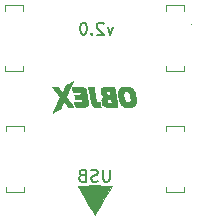
<source format=gbo>
G04 #@! TF.GenerationSoftware,KiCad,Pcbnew,(5.1.10)-1*
G04 #@! TF.CreationDate,2021-10-06T10:46:06+02:00*
G04 #@! TF.ProjectId,OBJEX_Socket-V2.0,4f424a45-585f-4536-9f63-6b65742d5632,rev?*
G04 #@! TF.SameCoordinates,Original*
G04 #@! TF.FileFunction,Legend,Bot*
G04 #@! TF.FilePolarity,Positive*
%FSLAX46Y46*%
G04 Gerber Fmt 4.6, Leading zero omitted, Abs format (unit mm)*
G04 Created by KiCad (PCBNEW (5.1.10)-1) date 2021-10-06 10:46:06*
%MOMM*%
%LPD*%
G01*
G04 APERTURE LIST*
%ADD10C,0.150000*%
%ADD11C,0.010000*%
%ADD12C,0.120000*%
G04 APERTURE END LIST*
D10*
X145573571Y-89193714D02*
X145335476Y-89860380D01*
X145097380Y-89193714D01*
X144764047Y-88955619D02*
X144716428Y-88908000D01*
X144621190Y-88860380D01*
X144383095Y-88860380D01*
X144287857Y-88908000D01*
X144240238Y-88955619D01*
X144192619Y-89050857D01*
X144192619Y-89146095D01*
X144240238Y-89288952D01*
X144811666Y-89860380D01*
X144192619Y-89860380D01*
X143764047Y-89765142D02*
X143716428Y-89812761D01*
X143764047Y-89860380D01*
X143811666Y-89812761D01*
X143764047Y-89765142D01*
X143764047Y-89860380D01*
X143097380Y-88860380D02*
X143002142Y-88860380D01*
X142906904Y-88908000D01*
X142859285Y-88955619D01*
X142811666Y-89050857D01*
X142764047Y-89241333D01*
X142764047Y-89479428D01*
X142811666Y-89669904D01*
X142859285Y-89765142D01*
X142906904Y-89812761D01*
X143002142Y-89860380D01*
X143097380Y-89860380D01*
X143192619Y-89812761D01*
X143240238Y-89765142D01*
X143287857Y-89669904D01*
X143335476Y-89479428D01*
X143335476Y-89241333D01*
X143287857Y-89050857D01*
X143240238Y-88955619D01*
X143192619Y-88908000D01*
X143097380Y-88860380D01*
X145279904Y-101306380D02*
X145279904Y-102115904D01*
X145232285Y-102211142D01*
X145184666Y-102258761D01*
X145089428Y-102306380D01*
X144898952Y-102306380D01*
X144803714Y-102258761D01*
X144756095Y-102211142D01*
X144708476Y-102115904D01*
X144708476Y-101306380D01*
X144279904Y-102258761D02*
X144137047Y-102306380D01*
X143898952Y-102306380D01*
X143803714Y-102258761D01*
X143756095Y-102211142D01*
X143708476Y-102115904D01*
X143708476Y-102020666D01*
X143756095Y-101925428D01*
X143803714Y-101877809D01*
X143898952Y-101830190D01*
X144089428Y-101782571D01*
X144184666Y-101734952D01*
X144232285Y-101687333D01*
X144279904Y-101592095D01*
X144279904Y-101496857D01*
X144232285Y-101401619D01*
X144184666Y-101354000D01*
X144089428Y-101306380D01*
X143851333Y-101306380D01*
X143708476Y-101354000D01*
X142946571Y-101782571D02*
X142803714Y-101830190D01*
X142756095Y-101877809D01*
X142708476Y-101973047D01*
X142708476Y-102115904D01*
X142756095Y-102211142D01*
X142803714Y-102258761D01*
X142898952Y-102306380D01*
X143279904Y-102306380D01*
X143279904Y-101306380D01*
X142946571Y-101306380D01*
X142851333Y-101354000D01*
X142803714Y-101401619D01*
X142756095Y-101496857D01*
X142756095Y-101592095D01*
X142803714Y-101687333D01*
X142851333Y-101734952D01*
X142946571Y-101782571D01*
X143279904Y-101782571D01*
D11*
G36*
X143779734Y-102643232D02*
G01*
X143587117Y-102643526D01*
X143408564Y-102644000D01*
X143288754Y-102644470D01*
X142574164Y-102647750D01*
X143284117Y-103873300D01*
X143378247Y-104035789D01*
X143468882Y-104192242D01*
X143555201Y-104341242D01*
X143636383Y-104481371D01*
X143711608Y-104611214D01*
X143780054Y-104729353D01*
X143840901Y-104834372D01*
X143893327Y-104924854D01*
X143936513Y-104999382D01*
X143969637Y-105056540D01*
X143991878Y-105094911D01*
X144002416Y-105113078D01*
X144003129Y-105114302D01*
X144010711Y-105105786D01*
X144030317Y-105076222D01*
X144061357Y-105026607D01*
X144103238Y-104957938D01*
X144155368Y-104871212D01*
X144217156Y-104767426D01*
X144288009Y-104647578D01*
X144367337Y-104512664D01*
X144454547Y-104363681D01*
X144549046Y-104201626D01*
X144650245Y-104027496D01*
X144730658Y-103888752D01*
X145449129Y-102647750D01*
X144726237Y-102644470D01*
X144560817Y-102643862D01*
X144376956Y-102643433D01*
X144181154Y-102643186D01*
X143979913Y-102643119D01*
X143779734Y-102643232D01*
G37*
X143779734Y-102643232D02*
X143587117Y-102643526D01*
X143408564Y-102644000D01*
X143288754Y-102644470D01*
X142574164Y-102647750D01*
X143284117Y-103873300D01*
X143378247Y-104035789D01*
X143468882Y-104192242D01*
X143555201Y-104341242D01*
X143636383Y-104481371D01*
X143711608Y-104611214D01*
X143780054Y-104729353D01*
X143840901Y-104834372D01*
X143893327Y-104924854D01*
X143936513Y-104999382D01*
X143969637Y-105056540D01*
X143991878Y-105094911D01*
X144002416Y-105113078D01*
X144003129Y-105114302D01*
X144010711Y-105105786D01*
X144030317Y-105076222D01*
X144061357Y-105026607D01*
X144103238Y-104957938D01*
X144155368Y-104871212D01*
X144217156Y-104767426D01*
X144288009Y-104647578D01*
X144367337Y-104512664D01*
X144454547Y-104363681D01*
X144549046Y-104201626D01*
X144650245Y-104027496D01*
X144730658Y-103888752D01*
X145449129Y-102647750D01*
X144726237Y-102644470D01*
X144560817Y-102643862D01*
X144376956Y-102643433D01*
X144181154Y-102643186D01*
X143979913Y-102643119D01*
X143779734Y-102643232D01*
G36*
X145347994Y-94286462D02*
G01*
X145226945Y-94287278D01*
X145214975Y-94287376D01*
X144760950Y-94291150D01*
X144681045Y-94328047D01*
X144614951Y-94364169D01*
X144567418Y-94405055D01*
X144536342Y-94454868D01*
X144519620Y-94517773D01*
X144515147Y-94597932D01*
X144517234Y-94652312D01*
X144523062Y-94715036D01*
X144532120Y-94777069D01*
X144542779Y-94827957D01*
X144546725Y-94841630D01*
X144581360Y-94913363D01*
X144635091Y-94981803D01*
X144701850Y-95040189D01*
X144752883Y-95071355D01*
X144823722Y-95107175D01*
X144756859Y-95135939D01*
X144683491Y-95179959D01*
X144628666Y-95239895D01*
X144594414Y-95313335D01*
X144588940Y-95335249D01*
X144582162Y-95398684D01*
X144583736Y-95475086D01*
X144592527Y-95557377D01*
X144607400Y-95638479D01*
X144627218Y-95711315D01*
X144650846Y-95768806D01*
X144661294Y-95786186D01*
X144711693Y-95839814D01*
X144783700Y-95888369D01*
X144873676Y-95929588D01*
X144913911Y-95943523D01*
X144939558Y-95951448D01*
X144963449Y-95957859D01*
X144988531Y-95962918D01*
X145017754Y-95966783D01*
X145054065Y-95969616D01*
X145100413Y-95971576D01*
X145159747Y-95972824D01*
X145235015Y-95973520D01*
X145329165Y-95973825D01*
X145445145Y-95973898D01*
X145472634Y-95973900D01*
X145598578Y-95973720D01*
X145701105Y-95973135D01*
X145782198Y-95972077D01*
X145843838Y-95970478D01*
X145888008Y-95968271D01*
X145916689Y-95965386D01*
X145931863Y-95961757D01*
X145935622Y-95958025D01*
X145933602Y-95943044D01*
X145927799Y-95905139D01*
X145918558Y-95846447D01*
X145906222Y-95769105D01*
X145891136Y-95675252D01*
X145880774Y-95611143D01*
X145440400Y-95611143D01*
X145437185Y-95619365D01*
X145424980Y-95624998D01*
X145399944Y-95628503D01*
X145358237Y-95630342D01*
X145296020Y-95630975D01*
X145275114Y-95631000D01*
X145109827Y-95631000D01*
X145064635Y-95589583D01*
X145038545Y-95562782D01*
X145023679Y-95536521D01*
X145015709Y-95500892D01*
X145012343Y-95469882D01*
X145009268Y-95425742D01*
X145011525Y-95398220D01*
X145021297Y-95378728D01*
X145040527Y-95358898D01*
X145056259Y-95345399D01*
X145072410Y-95336239D01*
X145094037Y-95330580D01*
X145126199Y-95327580D01*
X145173955Y-95326400D01*
X145237462Y-95326200D01*
X145399114Y-95326200D01*
X145419757Y-95458743D01*
X145428338Y-95515643D01*
X145435174Y-95564419D01*
X145439421Y-95598825D01*
X145440400Y-95611143D01*
X145880774Y-95611143D01*
X145873643Y-95567025D01*
X145854087Y-95446562D01*
X145832813Y-95316001D01*
X145810164Y-95177478D01*
X145802277Y-95129350D01*
X145779241Y-94988605D01*
X145770610Y-94935675D01*
X145338705Y-94935675D01*
X145336409Y-94945114D01*
X145326670Y-94951448D01*
X145305354Y-94955283D01*
X145268329Y-94957221D01*
X145211461Y-94957867D01*
X145186601Y-94957900D01*
X145121978Y-94957659D01*
X145077370Y-94956275D01*
X145047392Y-94952756D01*
X145026659Y-94946109D01*
X145009786Y-94935342D01*
X144994852Y-94922563D01*
X144965973Y-94889030D01*
X144951599Y-94848265D01*
X144948635Y-94828068D01*
X144945294Y-94774742D01*
X144951041Y-94735604D01*
X144968866Y-94708545D01*
X145001758Y-94691457D01*
X145052706Y-94682229D01*
X145124699Y-94678752D01*
X145160589Y-94678500D01*
X145298682Y-94678500D01*
X145305797Y-94713425D01*
X145313470Y-94754828D01*
X145321762Y-94805298D01*
X145329492Y-94856849D01*
X145335477Y-94901497D01*
X145338534Y-94931257D01*
X145338705Y-94935675D01*
X145770610Y-94935675D01*
X145757467Y-94855085D01*
X145737297Y-94730929D01*
X145719076Y-94618276D01*
X145703147Y-94519267D01*
X145689856Y-94436041D01*
X145679544Y-94370738D01*
X145672557Y-94325498D01*
X145669238Y-94302461D01*
X145669006Y-94300076D01*
X145664589Y-94295643D01*
X145649918Y-94292138D01*
X145622856Y-94289503D01*
X145581269Y-94287678D01*
X145523020Y-94286602D01*
X145445973Y-94286217D01*
X145347994Y-94286462D01*
G37*
X145347994Y-94286462D02*
X145226945Y-94287278D01*
X145214975Y-94287376D01*
X144760950Y-94291150D01*
X144681045Y-94328047D01*
X144614951Y-94364169D01*
X144567418Y-94405055D01*
X144536342Y-94454868D01*
X144519620Y-94517773D01*
X144515147Y-94597932D01*
X144517234Y-94652312D01*
X144523062Y-94715036D01*
X144532120Y-94777069D01*
X144542779Y-94827957D01*
X144546725Y-94841630D01*
X144581360Y-94913363D01*
X144635091Y-94981803D01*
X144701850Y-95040189D01*
X144752883Y-95071355D01*
X144823722Y-95107175D01*
X144756859Y-95135939D01*
X144683491Y-95179959D01*
X144628666Y-95239895D01*
X144594414Y-95313335D01*
X144588940Y-95335249D01*
X144582162Y-95398684D01*
X144583736Y-95475086D01*
X144592527Y-95557377D01*
X144607400Y-95638479D01*
X144627218Y-95711315D01*
X144650846Y-95768806D01*
X144661294Y-95786186D01*
X144711693Y-95839814D01*
X144783700Y-95888369D01*
X144873676Y-95929588D01*
X144913911Y-95943523D01*
X144939558Y-95951448D01*
X144963449Y-95957859D01*
X144988531Y-95962918D01*
X145017754Y-95966783D01*
X145054065Y-95969616D01*
X145100413Y-95971576D01*
X145159747Y-95972824D01*
X145235015Y-95973520D01*
X145329165Y-95973825D01*
X145445145Y-95973898D01*
X145472634Y-95973900D01*
X145598578Y-95973720D01*
X145701105Y-95973135D01*
X145782198Y-95972077D01*
X145843838Y-95970478D01*
X145888008Y-95968271D01*
X145916689Y-95965386D01*
X145931863Y-95961757D01*
X145935622Y-95958025D01*
X145933602Y-95943044D01*
X145927799Y-95905139D01*
X145918558Y-95846447D01*
X145906222Y-95769105D01*
X145891136Y-95675252D01*
X145880774Y-95611143D01*
X145440400Y-95611143D01*
X145437185Y-95619365D01*
X145424980Y-95624998D01*
X145399944Y-95628503D01*
X145358237Y-95630342D01*
X145296020Y-95630975D01*
X145275114Y-95631000D01*
X145109827Y-95631000D01*
X145064635Y-95589583D01*
X145038545Y-95562782D01*
X145023679Y-95536521D01*
X145015709Y-95500892D01*
X145012343Y-95469882D01*
X145009268Y-95425742D01*
X145011525Y-95398220D01*
X145021297Y-95378728D01*
X145040527Y-95358898D01*
X145056259Y-95345399D01*
X145072410Y-95336239D01*
X145094037Y-95330580D01*
X145126199Y-95327580D01*
X145173955Y-95326400D01*
X145237462Y-95326200D01*
X145399114Y-95326200D01*
X145419757Y-95458743D01*
X145428338Y-95515643D01*
X145435174Y-95564419D01*
X145439421Y-95598825D01*
X145440400Y-95611143D01*
X145880774Y-95611143D01*
X145873643Y-95567025D01*
X145854087Y-95446562D01*
X145832813Y-95316001D01*
X145810164Y-95177478D01*
X145802277Y-95129350D01*
X145779241Y-94988605D01*
X145770610Y-94935675D01*
X145338705Y-94935675D01*
X145336409Y-94945114D01*
X145326670Y-94951448D01*
X145305354Y-94955283D01*
X145268329Y-94957221D01*
X145211461Y-94957867D01*
X145186601Y-94957900D01*
X145121978Y-94957659D01*
X145077370Y-94956275D01*
X145047392Y-94952756D01*
X145026659Y-94946109D01*
X145009786Y-94935342D01*
X144994852Y-94922563D01*
X144965973Y-94889030D01*
X144951599Y-94848265D01*
X144948635Y-94828068D01*
X144945294Y-94774742D01*
X144951041Y-94735604D01*
X144968866Y-94708545D01*
X145001758Y-94691457D01*
X145052706Y-94682229D01*
X145124699Y-94678752D01*
X145160589Y-94678500D01*
X145298682Y-94678500D01*
X145305797Y-94713425D01*
X145313470Y-94754828D01*
X145321762Y-94805298D01*
X145329492Y-94856849D01*
X145335477Y-94901497D01*
X145338534Y-94931257D01*
X145338705Y-94935675D01*
X145770610Y-94935675D01*
X145757467Y-94855085D01*
X145737297Y-94730929D01*
X145719076Y-94618276D01*
X145703147Y-94519267D01*
X145689856Y-94436041D01*
X145679544Y-94370738D01*
X145672557Y-94325498D01*
X145669238Y-94302461D01*
X145669006Y-94300076D01*
X145664589Y-94295643D01*
X145649918Y-94292138D01*
X145622856Y-94289503D01*
X145581269Y-94287678D01*
X145523020Y-94286602D01*
X145445973Y-94286217D01*
X145347994Y-94286462D01*
G36*
X142767486Y-94280734D02*
G01*
X142699233Y-94282010D01*
X142620556Y-94283841D01*
X142535201Y-94286111D01*
X142446912Y-94288701D01*
X142359434Y-94291495D01*
X142276513Y-94294374D01*
X142201894Y-94297222D01*
X142139322Y-94299921D01*
X142092541Y-94302354D01*
X142065298Y-94304402D01*
X142059962Y-94305344D01*
X142059648Y-94318901D01*
X142065213Y-94351884D01*
X142075660Y-94399267D01*
X142089255Y-94453245D01*
X142105710Y-94515289D01*
X142121009Y-94573074D01*
X142133244Y-94619385D01*
X142139608Y-94643575D01*
X142152080Y-94691200D01*
X142453215Y-94691387D01*
X142562563Y-94691961D01*
X142648296Y-94693589D01*
X142712180Y-94696356D01*
X142755982Y-94700345D01*
X142781468Y-94705642D01*
X142785405Y-94707290D01*
X142823816Y-94740315D01*
X142852435Y-94793687D01*
X142869202Y-94863559D01*
X142869235Y-94863806D01*
X142877737Y-94928462D01*
X142733494Y-94936773D01*
X142657322Y-94940312D01*
X142568984Y-94943113D01*
X142481712Y-94944808D01*
X142433675Y-94945142D01*
X142364087Y-94945884D01*
X142316985Y-94948246D01*
X142289491Y-94952523D01*
X142278727Y-94959010D01*
X142278312Y-94961075D01*
X142281639Y-94979998D01*
X142290361Y-95016645D01*
X142302917Y-95065358D01*
X142317747Y-95120478D01*
X142333289Y-95176346D01*
X142347983Y-95227306D01*
X142360269Y-95267698D01*
X142368584Y-95291864D01*
X142370713Y-95296045D01*
X142384930Y-95298552D01*
X142420802Y-95301630D01*
X142474596Y-95305053D01*
X142542581Y-95308597D01*
X142621024Y-95312034D01*
X142659100Y-95313500D01*
X142740817Y-95316691D01*
X142813548Y-95319878D01*
X142873617Y-95322870D01*
X142917348Y-95325478D01*
X142941066Y-95327513D01*
X142944244Y-95328206D01*
X142948268Y-95342075D01*
X142954695Y-95373457D01*
X142960276Y-95404749D01*
X142964644Y-95473630D01*
X142952005Y-95525546D01*
X142922725Y-95559390D01*
X142906496Y-95567596D01*
X142884364Y-95571249D01*
X142840619Y-95574461D01*
X142779045Y-95577092D01*
X142703427Y-95579000D01*
X142617551Y-95580044D01*
X142567997Y-95580200D01*
X142262647Y-95580200D01*
X142269687Y-95608775D01*
X142275106Y-95632004D01*
X142284636Y-95674042D01*
X142296926Y-95728895D01*
X142310445Y-95789750D01*
X142324042Y-95848979D01*
X142336430Y-95898907D01*
X142346278Y-95934426D01*
X142352253Y-95950429D01*
X142352407Y-95950606D01*
X142367315Y-95954178D01*
X142403539Y-95958755D01*
X142457026Y-95964052D01*
X142523727Y-95969784D01*
X142599588Y-95975666D01*
X142680560Y-95981413D01*
X142762589Y-95986740D01*
X142841625Y-95991362D01*
X142913617Y-95994994D01*
X142974511Y-95997351D01*
X143020258Y-95998148D01*
X143027400Y-95998092D01*
X143081988Y-95995863D01*
X143133484Y-95991313D01*
X143170688Y-95985436D01*
X143258516Y-95954315D01*
X143327765Y-95906327D01*
X143379526Y-95840676D01*
X143386587Y-95827850D01*
X143400399Y-95796952D01*
X143410591Y-95762389D01*
X143417037Y-95721804D01*
X143419611Y-95672841D01*
X143418186Y-95613143D01*
X143412637Y-95540354D01*
X143402837Y-95452118D01*
X143388661Y-95346079D01*
X143369983Y-95219879D01*
X143346676Y-95071164D01*
X143345827Y-95065850D01*
X143325917Y-94941793D01*
X143309292Y-94840012D01*
X143295351Y-94757683D01*
X143283493Y-94691980D01*
X143273114Y-94640079D01*
X143263614Y-94599155D01*
X143254391Y-94566383D01*
X143244842Y-94538938D01*
X143234365Y-94513996D01*
X143223236Y-94490516D01*
X143173273Y-94410836D01*
X143110387Y-94351018D01*
X143032734Y-94310002D01*
X142938472Y-94286727D01*
X142857740Y-94280321D01*
X142821570Y-94280132D01*
X142767486Y-94280734D01*
G37*
X142767486Y-94280734D02*
X142699233Y-94282010D01*
X142620556Y-94283841D01*
X142535201Y-94286111D01*
X142446912Y-94288701D01*
X142359434Y-94291495D01*
X142276513Y-94294374D01*
X142201894Y-94297222D01*
X142139322Y-94299921D01*
X142092541Y-94302354D01*
X142065298Y-94304402D01*
X142059962Y-94305344D01*
X142059648Y-94318901D01*
X142065213Y-94351884D01*
X142075660Y-94399267D01*
X142089255Y-94453245D01*
X142105710Y-94515289D01*
X142121009Y-94573074D01*
X142133244Y-94619385D01*
X142139608Y-94643575D01*
X142152080Y-94691200D01*
X142453215Y-94691387D01*
X142562563Y-94691961D01*
X142648296Y-94693589D01*
X142712180Y-94696356D01*
X142755982Y-94700345D01*
X142781468Y-94705642D01*
X142785405Y-94707290D01*
X142823816Y-94740315D01*
X142852435Y-94793687D01*
X142869202Y-94863559D01*
X142869235Y-94863806D01*
X142877737Y-94928462D01*
X142733494Y-94936773D01*
X142657322Y-94940312D01*
X142568984Y-94943113D01*
X142481712Y-94944808D01*
X142433675Y-94945142D01*
X142364087Y-94945884D01*
X142316985Y-94948246D01*
X142289491Y-94952523D01*
X142278727Y-94959010D01*
X142278312Y-94961075D01*
X142281639Y-94979998D01*
X142290361Y-95016645D01*
X142302917Y-95065358D01*
X142317747Y-95120478D01*
X142333289Y-95176346D01*
X142347983Y-95227306D01*
X142360269Y-95267698D01*
X142368584Y-95291864D01*
X142370713Y-95296045D01*
X142384930Y-95298552D01*
X142420802Y-95301630D01*
X142474596Y-95305053D01*
X142542581Y-95308597D01*
X142621024Y-95312034D01*
X142659100Y-95313500D01*
X142740817Y-95316691D01*
X142813548Y-95319878D01*
X142873617Y-95322870D01*
X142917348Y-95325478D01*
X142941066Y-95327513D01*
X142944244Y-95328206D01*
X142948268Y-95342075D01*
X142954695Y-95373457D01*
X142960276Y-95404749D01*
X142964644Y-95473630D01*
X142952005Y-95525546D01*
X142922725Y-95559390D01*
X142906496Y-95567596D01*
X142884364Y-95571249D01*
X142840619Y-95574461D01*
X142779045Y-95577092D01*
X142703427Y-95579000D01*
X142617551Y-95580044D01*
X142567997Y-95580200D01*
X142262647Y-95580200D01*
X142269687Y-95608775D01*
X142275106Y-95632004D01*
X142284636Y-95674042D01*
X142296926Y-95728895D01*
X142310445Y-95789750D01*
X142324042Y-95848979D01*
X142336430Y-95898907D01*
X142346278Y-95934426D01*
X142352253Y-95950429D01*
X142352407Y-95950606D01*
X142367315Y-95954178D01*
X142403539Y-95958755D01*
X142457026Y-95964052D01*
X142523727Y-95969784D01*
X142599588Y-95975666D01*
X142680560Y-95981413D01*
X142762589Y-95986740D01*
X142841625Y-95991362D01*
X142913617Y-95994994D01*
X142974511Y-95997351D01*
X143020258Y-95998148D01*
X143027400Y-95998092D01*
X143081988Y-95995863D01*
X143133484Y-95991313D01*
X143170688Y-95985436D01*
X143258516Y-95954315D01*
X143327765Y-95906327D01*
X143379526Y-95840676D01*
X143386587Y-95827850D01*
X143400399Y-95796952D01*
X143410591Y-95762389D01*
X143417037Y-95721804D01*
X143419611Y-95672841D01*
X143418186Y-95613143D01*
X143412637Y-95540354D01*
X143402837Y-95452118D01*
X143388661Y-95346079D01*
X143369983Y-95219879D01*
X143346676Y-95071164D01*
X143345827Y-95065850D01*
X143325917Y-94941793D01*
X143309292Y-94840012D01*
X143295351Y-94757683D01*
X143283493Y-94691980D01*
X143273114Y-94640079D01*
X143263614Y-94599155D01*
X143254391Y-94566383D01*
X143244842Y-94538938D01*
X143234365Y-94513996D01*
X143223236Y-94490516D01*
X143173273Y-94410836D01*
X143110387Y-94351018D01*
X143032734Y-94310002D01*
X142938472Y-94286727D01*
X142857740Y-94280321D01*
X142821570Y-94280132D01*
X142767486Y-94280734D01*
G36*
X146501527Y-94278088D02*
G01*
X146377747Y-94295184D01*
X146274201Y-94324501D01*
X146189525Y-94366715D01*
X146122358Y-94422500D01*
X146071338Y-94492531D01*
X146035708Y-94575586D01*
X146021357Y-94637035D01*
X146010474Y-94717326D01*
X146003353Y-94810100D01*
X146000290Y-94908999D01*
X146001581Y-95007664D01*
X146007520Y-95099735D01*
X146010205Y-95124719D01*
X146034131Y-95275743D01*
X146068253Y-95417405D01*
X146111337Y-95546402D01*
X146162149Y-95659429D01*
X146219457Y-95753181D01*
X146265323Y-95808206D01*
X146339362Y-95869230D01*
X146432931Y-95922024D01*
X146540722Y-95963688D01*
X146560943Y-95969702D01*
X146594756Y-95975989D01*
X146647367Y-95981875D01*
X146713082Y-95987107D01*
X146786207Y-95991433D01*
X146861047Y-95994599D01*
X146931909Y-95996353D01*
X146993100Y-95996441D01*
X147038924Y-95994610D01*
X147059650Y-95991858D01*
X147144246Y-95970144D01*
X147209237Y-95949449D01*
X147260174Y-95927278D01*
X147302610Y-95901133D01*
X147342094Y-95868517D01*
X147349673Y-95861428D01*
X147399544Y-95804336D01*
X147437468Y-95737586D01*
X147464397Y-95657931D01*
X147481284Y-95562125D01*
X147489079Y-95446923D01*
X147489870Y-95383350D01*
X147487324Y-95324341D01*
X147048660Y-95324341D01*
X147048228Y-95411824D01*
X147036198Y-95480592D01*
X147012543Y-95531953D01*
X147005510Y-95541374D01*
X146966054Y-95572041D01*
X146909282Y-95593085D01*
X146841827Y-95603353D01*
X146770317Y-95601691D01*
X146716750Y-95591582D01*
X146660544Y-95569261D01*
X146612559Y-95533865D01*
X146571085Y-95482850D01*
X146534412Y-95413672D01*
X146500828Y-95323785D01*
X146473631Y-95229947D01*
X146456940Y-95152501D01*
X146445086Y-95068410D01*
X146438226Y-94983125D01*
X146436515Y-94902094D01*
X146440108Y-94830767D01*
X146449162Y-94774594D01*
X146459790Y-94745389D01*
X146497504Y-94701157D01*
X146550912Y-94671708D01*
X146615056Y-94657037D01*
X146684981Y-94657138D01*
X146755728Y-94672007D01*
X146822341Y-94701638D01*
X146879647Y-94745812D01*
X146913890Y-94787298D01*
X146943230Y-94839417D01*
X146969153Y-94905929D01*
X146993145Y-94990595D01*
X147014838Y-95087997D01*
X147037521Y-95216834D01*
X147048660Y-95324341D01*
X147487324Y-95324341D01*
X147482430Y-95210945D01*
X147461346Y-95045951D01*
X147427504Y-94891321D01*
X147381787Y-94750009D01*
X147325078Y-94624968D01*
X147258263Y-94519152D01*
X147216149Y-94468738D01*
X147141628Y-94400603D01*
X147058473Y-94348170D01*
X146963522Y-94310346D01*
X146853609Y-94286042D01*
X146725571Y-94274166D01*
X146646900Y-94272538D01*
X146501527Y-94278088D01*
G37*
X146501527Y-94278088D02*
X146377747Y-94295184D01*
X146274201Y-94324501D01*
X146189525Y-94366715D01*
X146122358Y-94422500D01*
X146071338Y-94492531D01*
X146035708Y-94575586D01*
X146021357Y-94637035D01*
X146010474Y-94717326D01*
X146003353Y-94810100D01*
X146000290Y-94908999D01*
X146001581Y-95007664D01*
X146007520Y-95099735D01*
X146010205Y-95124719D01*
X146034131Y-95275743D01*
X146068253Y-95417405D01*
X146111337Y-95546402D01*
X146162149Y-95659429D01*
X146219457Y-95753181D01*
X146265323Y-95808206D01*
X146339362Y-95869230D01*
X146432931Y-95922024D01*
X146540722Y-95963688D01*
X146560943Y-95969702D01*
X146594756Y-95975989D01*
X146647367Y-95981875D01*
X146713082Y-95987107D01*
X146786207Y-95991433D01*
X146861047Y-95994599D01*
X146931909Y-95996353D01*
X146993100Y-95996441D01*
X147038924Y-95994610D01*
X147059650Y-95991858D01*
X147144246Y-95970144D01*
X147209237Y-95949449D01*
X147260174Y-95927278D01*
X147302610Y-95901133D01*
X147342094Y-95868517D01*
X147349673Y-95861428D01*
X147399544Y-95804336D01*
X147437468Y-95737586D01*
X147464397Y-95657931D01*
X147481284Y-95562125D01*
X147489079Y-95446923D01*
X147489870Y-95383350D01*
X147487324Y-95324341D01*
X147048660Y-95324341D01*
X147048228Y-95411824D01*
X147036198Y-95480592D01*
X147012543Y-95531953D01*
X147005510Y-95541374D01*
X146966054Y-95572041D01*
X146909282Y-95593085D01*
X146841827Y-95603353D01*
X146770317Y-95601691D01*
X146716750Y-95591582D01*
X146660544Y-95569261D01*
X146612559Y-95533865D01*
X146571085Y-95482850D01*
X146534412Y-95413672D01*
X146500828Y-95323785D01*
X146473631Y-95229947D01*
X146456940Y-95152501D01*
X146445086Y-95068410D01*
X146438226Y-94983125D01*
X146436515Y-94902094D01*
X146440108Y-94830767D01*
X146449162Y-94774594D01*
X146459790Y-94745389D01*
X146497504Y-94701157D01*
X146550912Y-94671708D01*
X146615056Y-94657037D01*
X146684981Y-94657138D01*
X146755728Y-94672007D01*
X146822341Y-94701638D01*
X146879647Y-94745812D01*
X146913890Y-94787298D01*
X146943230Y-94839417D01*
X146969153Y-94905929D01*
X146993145Y-94990595D01*
X147014838Y-95087997D01*
X147037521Y-95216834D01*
X147048660Y-95324341D01*
X147487324Y-95324341D01*
X147482430Y-95210945D01*
X147461346Y-95045951D01*
X147427504Y-94891321D01*
X147381787Y-94750009D01*
X147325078Y-94624968D01*
X147258263Y-94519152D01*
X147216149Y-94468738D01*
X147141628Y-94400603D01*
X147058473Y-94348170D01*
X146963522Y-94310346D01*
X146853609Y-94286042D01*
X146725571Y-94274166D01*
X146646900Y-94272538D01*
X146501527Y-94278088D01*
G36*
X143581471Y-94948375D02*
G01*
X143602039Y-95077585D01*
X143622067Y-95201152D01*
X143641101Y-95316428D01*
X143658686Y-95420763D01*
X143674370Y-95511510D01*
X143687699Y-95586021D01*
X143698219Y-95641648D01*
X143705477Y-95675743D01*
X143707156Y-95682078D01*
X143747076Y-95777097D01*
X143804924Y-95861218D01*
X143876918Y-95930346D01*
X143959274Y-95980392D01*
X143996336Y-95994831D01*
X144029336Y-96001981D01*
X144079580Y-96008475D01*
X144142018Y-96014102D01*
X144211596Y-96018653D01*
X144283264Y-96021918D01*
X144351970Y-96023686D01*
X144412662Y-96023749D01*
X144460288Y-96021897D01*
X144489796Y-96017918D01*
X144495560Y-96015571D01*
X144499156Y-96009356D01*
X144500480Y-95995634D01*
X144499198Y-95971980D01*
X144494976Y-95935967D01*
X144487479Y-95885167D01*
X144476373Y-95817153D01*
X144461324Y-95729498D01*
X144441997Y-95619775D01*
X144437726Y-95595736D01*
X144425700Y-95594356D01*
X144394121Y-95593679D01*
X144348828Y-95593792D01*
X144327868Y-95594083D01*
X144258626Y-95592410D01*
X144208727Y-95582954D01*
X144172665Y-95563190D01*
X144144931Y-95530592D01*
X144129679Y-95503180D01*
X144124524Y-95484537D01*
X144115973Y-95443895D01*
X144104541Y-95384354D01*
X144090748Y-95309011D01*
X144075108Y-95220966D01*
X144058139Y-95123317D01*
X144040359Y-95019162D01*
X144022284Y-94911600D01*
X144004431Y-94803730D01*
X143987317Y-94698649D01*
X143971460Y-94599457D01*
X143957375Y-94509252D01*
X143945581Y-94431132D01*
X143936594Y-94368196D01*
X143930931Y-94323542D01*
X143929100Y-94301038D01*
X143923426Y-94294951D01*
X143904560Y-94290489D01*
X143869742Y-94287453D01*
X143816209Y-94285645D01*
X143741200Y-94284867D01*
X143702949Y-94284800D01*
X143476798Y-94284800D01*
X143581471Y-94948375D01*
G37*
X143581471Y-94948375D02*
X143602039Y-95077585D01*
X143622067Y-95201152D01*
X143641101Y-95316428D01*
X143658686Y-95420763D01*
X143674370Y-95511510D01*
X143687699Y-95586021D01*
X143698219Y-95641648D01*
X143705477Y-95675743D01*
X143707156Y-95682078D01*
X143747076Y-95777097D01*
X143804924Y-95861218D01*
X143876918Y-95930346D01*
X143959274Y-95980392D01*
X143996336Y-95994831D01*
X144029336Y-96001981D01*
X144079580Y-96008475D01*
X144142018Y-96014102D01*
X144211596Y-96018653D01*
X144283264Y-96021918D01*
X144351970Y-96023686D01*
X144412662Y-96023749D01*
X144460288Y-96021897D01*
X144489796Y-96017918D01*
X144495560Y-96015571D01*
X144499156Y-96009356D01*
X144500480Y-95995634D01*
X144499198Y-95971980D01*
X144494976Y-95935967D01*
X144487479Y-95885167D01*
X144476373Y-95817153D01*
X144461324Y-95729498D01*
X144441997Y-95619775D01*
X144437726Y-95595736D01*
X144425700Y-95594356D01*
X144394121Y-95593679D01*
X144348828Y-95593792D01*
X144327868Y-95594083D01*
X144258626Y-95592410D01*
X144208727Y-95582954D01*
X144172665Y-95563190D01*
X144144931Y-95530592D01*
X144129679Y-95503180D01*
X144124524Y-95484537D01*
X144115973Y-95443895D01*
X144104541Y-95384354D01*
X144090748Y-95309011D01*
X144075108Y-95220966D01*
X144058139Y-95123317D01*
X144040359Y-95019162D01*
X144022284Y-94911600D01*
X144004431Y-94803730D01*
X143987317Y-94698649D01*
X143971460Y-94599457D01*
X143957375Y-94509252D01*
X143945581Y-94431132D01*
X143936594Y-94368196D01*
X143930931Y-94323542D01*
X143929100Y-94301038D01*
X143923426Y-94294951D01*
X143904560Y-94290489D01*
X143869742Y-94287453D01*
X143816209Y-94285645D01*
X143741200Y-94284867D01*
X143702949Y-94284800D01*
X143476798Y-94284800D01*
X143581471Y-94948375D01*
G36*
X142171608Y-93797424D02*
G01*
X142145431Y-93815095D01*
X142108312Y-93841851D01*
X142085888Y-93858544D01*
X141958205Y-93943845D01*
X141823495Y-94014179D01*
X141688837Y-94066043D01*
X141636744Y-94080789D01*
X141585937Y-94093572D01*
X141414682Y-94436836D01*
X141371657Y-94522620D01*
X141332128Y-94600568D01*
X141297535Y-94667904D01*
X141269323Y-94721853D01*
X141248932Y-94759637D01*
X141237806Y-94778482D01*
X141236308Y-94780100D01*
X141227399Y-94770101D01*
X141206221Y-94742033D01*
X141174852Y-94698781D01*
X141135371Y-94643236D01*
X141089857Y-94578284D01*
X141058320Y-94532821D01*
X140887450Y-94285542D01*
X140642226Y-94285171D01*
X140554771Y-94285370D01*
X140490108Y-94286383D01*
X140445636Y-94288381D01*
X140418753Y-94291535D01*
X140406861Y-94296017D01*
X140406394Y-94300674D01*
X140415968Y-94313925D01*
X140439343Y-94345067D01*
X140474819Y-94391872D01*
X140520698Y-94452109D01*
X140575279Y-94523550D01*
X140636864Y-94603963D01*
X140703754Y-94691120D01*
X140728558Y-94723397D01*
X140796926Y-94812401D01*
X140860603Y-94895437D01*
X140917887Y-94970278D01*
X140967080Y-95034696D01*
X141006482Y-95086466D01*
X141034392Y-95123359D01*
X141049113Y-95143149D01*
X141050849Y-95145647D01*
X141047468Y-95160058D01*
X141033804Y-95195702D01*
X141010595Y-95250928D01*
X140978577Y-95324084D01*
X140938484Y-95413517D01*
X140891052Y-95517575D01*
X140837019Y-95634605D01*
X140777118Y-95762956D01*
X140754675Y-95810732D01*
X140698349Y-95930612D01*
X140645498Y-96043428D01*
X140597074Y-96147126D01*
X140554031Y-96239647D01*
X140517321Y-96318936D01*
X140487897Y-96382936D01*
X140466711Y-96429592D01*
X140454717Y-96456846D01*
X140452316Y-96463311D01*
X140463518Y-96458008D01*
X140490286Y-96441348D01*
X140527421Y-96416607D01*
X140538200Y-96409208D01*
X140605290Y-96367280D01*
X140688351Y-96321994D01*
X140779061Y-96277411D01*
X140869101Y-96237592D01*
X140950148Y-96206598D01*
X140960442Y-96203149D01*
X141046134Y-96175051D01*
X141150825Y-95957000D01*
X141188756Y-95878059D01*
X141227677Y-95797161D01*
X141264396Y-95720938D01*
X141295718Y-95656018D01*
X141313736Y-95618759D01*
X141371956Y-95498569D01*
X141540928Y-95736234D01*
X141709900Y-95973900D01*
X142203630Y-95973900D01*
X142178629Y-95938975D01*
X142165391Y-95921271D01*
X142138473Y-95885915D01*
X142099745Y-95835340D01*
X142051074Y-95771979D01*
X141994330Y-95698264D01*
X141931383Y-95616628D01*
X141864101Y-95529504D01*
X141854204Y-95516700D01*
X141787585Y-95430192D01*
X141726130Y-95349762D01*
X141671523Y-95277662D01*
X141625450Y-95216144D01*
X141589595Y-95167462D01*
X141565644Y-95133868D01*
X141555282Y-95117615D01*
X141554988Y-95116650D01*
X141560392Y-95103172D01*
X141575871Y-95068904D01*
X141600443Y-95015923D01*
X141633128Y-94946303D01*
X141672944Y-94862123D01*
X141718908Y-94765459D01*
X141770040Y-94658388D01*
X141825359Y-94542985D01*
X141870119Y-94449900D01*
X141927857Y-94329822D01*
X141982078Y-94216740D01*
X142031815Y-94112693D01*
X142076099Y-94019723D01*
X142113963Y-93939868D01*
X142144438Y-93875169D01*
X142166557Y-93827667D01*
X142179351Y-93799402D01*
X142182234Y-93792020D01*
X142171608Y-93797424D01*
G37*
X142171608Y-93797424D02*
X142145431Y-93815095D01*
X142108312Y-93841851D01*
X142085888Y-93858544D01*
X141958205Y-93943845D01*
X141823495Y-94014179D01*
X141688837Y-94066043D01*
X141636744Y-94080789D01*
X141585937Y-94093572D01*
X141414682Y-94436836D01*
X141371657Y-94522620D01*
X141332128Y-94600568D01*
X141297535Y-94667904D01*
X141269323Y-94721853D01*
X141248932Y-94759637D01*
X141237806Y-94778482D01*
X141236308Y-94780100D01*
X141227399Y-94770101D01*
X141206221Y-94742033D01*
X141174852Y-94698781D01*
X141135371Y-94643236D01*
X141089857Y-94578284D01*
X141058320Y-94532821D01*
X140887450Y-94285542D01*
X140642226Y-94285171D01*
X140554771Y-94285370D01*
X140490108Y-94286383D01*
X140445636Y-94288381D01*
X140418753Y-94291535D01*
X140406861Y-94296017D01*
X140406394Y-94300674D01*
X140415968Y-94313925D01*
X140439343Y-94345067D01*
X140474819Y-94391872D01*
X140520698Y-94452109D01*
X140575279Y-94523550D01*
X140636864Y-94603963D01*
X140703754Y-94691120D01*
X140728558Y-94723397D01*
X140796926Y-94812401D01*
X140860603Y-94895437D01*
X140917887Y-94970278D01*
X140967080Y-95034696D01*
X141006482Y-95086466D01*
X141034392Y-95123359D01*
X141049113Y-95143149D01*
X141050849Y-95145647D01*
X141047468Y-95160058D01*
X141033804Y-95195702D01*
X141010595Y-95250928D01*
X140978577Y-95324084D01*
X140938484Y-95413517D01*
X140891052Y-95517575D01*
X140837019Y-95634605D01*
X140777118Y-95762956D01*
X140754675Y-95810732D01*
X140698349Y-95930612D01*
X140645498Y-96043428D01*
X140597074Y-96147126D01*
X140554031Y-96239647D01*
X140517321Y-96318936D01*
X140487897Y-96382936D01*
X140466711Y-96429592D01*
X140454717Y-96456846D01*
X140452316Y-96463311D01*
X140463518Y-96458008D01*
X140490286Y-96441348D01*
X140527421Y-96416607D01*
X140538200Y-96409208D01*
X140605290Y-96367280D01*
X140688351Y-96321994D01*
X140779061Y-96277411D01*
X140869101Y-96237592D01*
X140950148Y-96206598D01*
X140960442Y-96203149D01*
X141046134Y-96175051D01*
X141150825Y-95957000D01*
X141188756Y-95878059D01*
X141227677Y-95797161D01*
X141264396Y-95720938D01*
X141295718Y-95656018D01*
X141313736Y-95618759D01*
X141371956Y-95498569D01*
X141540928Y-95736234D01*
X141709900Y-95973900D01*
X142203630Y-95973900D01*
X142178629Y-95938975D01*
X142165391Y-95921271D01*
X142138473Y-95885915D01*
X142099745Y-95835340D01*
X142051074Y-95771979D01*
X141994330Y-95698264D01*
X141931383Y-95616628D01*
X141864101Y-95529504D01*
X141854204Y-95516700D01*
X141787585Y-95430192D01*
X141726130Y-95349762D01*
X141671523Y-95277662D01*
X141625450Y-95216144D01*
X141589595Y-95167462D01*
X141565644Y-95133868D01*
X141555282Y-95117615D01*
X141554988Y-95116650D01*
X141560392Y-95103172D01*
X141575871Y-95068904D01*
X141600443Y-95015923D01*
X141633128Y-94946303D01*
X141672944Y-94862123D01*
X141718908Y-94765459D01*
X141770040Y-94658388D01*
X141825359Y-94542985D01*
X141870119Y-94449900D01*
X141927857Y-94329822D01*
X141982078Y-94216740D01*
X142031815Y-94112693D01*
X142076099Y-94019723D01*
X142113963Y-93939868D01*
X142144438Y-93875169D01*
X142166557Y-93827667D01*
X142179351Y-93799402D01*
X142182234Y-93792020D01*
X142171608Y-93797424D01*
D12*
X152228653Y-88976200D02*
G75*
G03*
X152228653Y-88976200I-54713J0D01*
G01*
X150012400Y-87845900D02*
X150012400Y-87401400D01*
X150012400Y-87401400D02*
X151536400Y-87401400D01*
X151536400Y-87401400D02*
X151536400Y-87845900D01*
X151536400Y-92544900D02*
X151536400Y-92989400D01*
X150012400Y-92989400D02*
X150012400Y-92544900D01*
X151536400Y-92989400D02*
X150012400Y-92989400D01*
X151561800Y-103200200D02*
X150037800Y-103200200D01*
X150037800Y-103200200D02*
X150037800Y-102755700D01*
X151561800Y-102755700D02*
X151561800Y-103200200D01*
X151561800Y-97612200D02*
X151561800Y-98056700D01*
X150037800Y-97612200D02*
X151561800Y-97612200D01*
X150037800Y-98056700D02*
X150037800Y-97612200D01*
X152254053Y-99187000D02*
G75*
G03*
X152254053Y-99187000I-54713J0D01*
G01*
X138665053Y-88963500D02*
G75*
G03*
X138665053Y-88963500I-54713J0D01*
G01*
X136448800Y-87833200D02*
X136448800Y-87388700D01*
X136448800Y-87388700D02*
X137972800Y-87388700D01*
X137972800Y-87388700D02*
X137972800Y-87833200D01*
X137972800Y-92532200D02*
X137972800Y-92976700D01*
X136448800Y-92976700D02*
X136448800Y-92532200D01*
X137972800Y-92976700D02*
X136448800Y-92976700D01*
X138690453Y-99187000D02*
G75*
G03*
X138690453Y-99187000I-54713J0D01*
G01*
X136474200Y-98056700D02*
X136474200Y-97612200D01*
X136474200Y-97612200D02*
X137998200Y-97612200D01*
X137998200Y-97612200D02*
X137998200Y-98056700D01*
X137998200Y-102755700D02*
X137998200Y-103200200D01*
X136474200Y-103200200D02*
X136474200Y-102755700D01*
X137998200Y-103200200D02*
X136474200Y-103200200D01*
M02*

</source>
